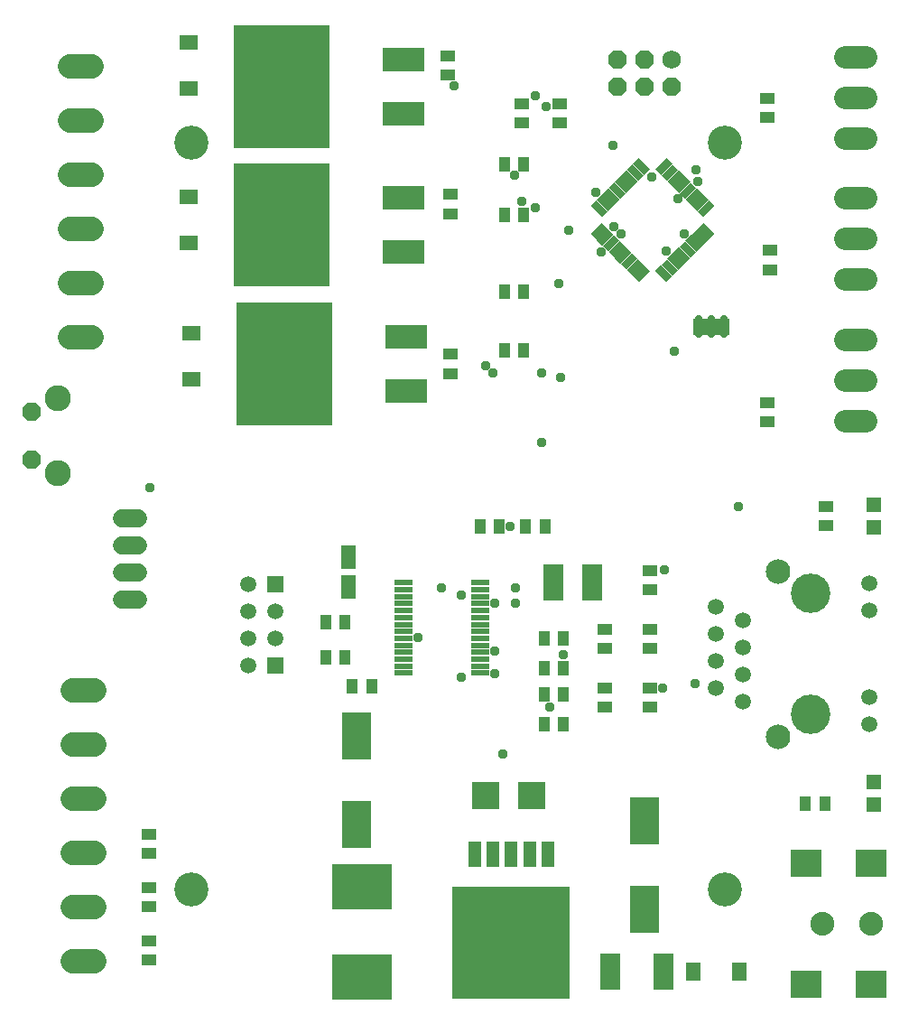
<source format=gbr>
G04 EAGLE Gerber RS-274X export*
G75*
%MOMM*%
%FSLAX34Y34*%
%LPD*%
%AMOC8*
5,1,8,0,0,1.08239X$1,22.5*%
G01*
%ADD10C,3.203200*%
%ADD11R,1.403200X1.403200*%
%ADD12R,1.473200X1.673200*%
%ADD13R,1.003200X1.403200*%
%ADD14R,1.983200X3.403200*%
%ADD15R,3.003200X2.603200*%
%ADD16C,2.235200*%
%ADD17R,1.403200X1.003200*%
%ADD18R,1.673200X1.473200*%
%ADD19R,4.013200X2.286000*%
%ADD20R,9.093200X11.633200*%
%ADD21R,1.511200X1.511200*%
%ADD22C,1.511200*%
%ADD23C,2.298700*%
%ADD24R,1.703200X0.603200*%
%ADD25R,1.903200X3.503200*%
%ADD26R,1.403200X2.203200*%
%ADD27C,2.303200*%
%ADD28C,3.703200*%
%ADD29C,1.727200*%
%ADD30R,1.473200X0.762000*%
%ADD31R,0.762000X1.473200*%
%ADD32C,0.653200*%
%ADD33R,3.495041X1.534159*%
%ADD34C,1.727200*%
%ADD35P,1.869504X8X202.500000*%
%ADD36R,2.703200X4.503200*%
%ADD37R,5.703200X4.203200*%
%ADD38R,11.003200X10.613200*%
%ADD39R,1.270000X2.362200*%
%ADD40R,2.603200X2.603200*%
%ADD41P,1.869504X8X292.500000*%
%ADD42C,2.451100*%
%ADD43C,2.108200*%
%ADD44C,0.959600*%


D10*
X172500Y832500D03*
X672500Y832500D03*
X172500Y132500D03*
X672500Y132500D03*
D11*
X812500Y233000D03*
X812500Y212000D03*
D12*
X686500Y55000D03*
X643500Y55000D03*
D13*
X766500Y212500D03*
X748500Y212500D03*
D14*
X614900Y55000D03*
X565100Y55000D03*
D15*
X810000Y43000D03*
X810000Y157000D03*
X749000Y43000D03*
X749000Y157000D03*
D16*
X810000Y100000D03*
X764280Y100000D03*
D17*
X412500Y914000D03*
X412500Y896000D03*
D18*
X170000Y883500D03*
X170000Y926500D03*
D19*
X371400Y859600D03*
X371400Y910400D03*
D20*
X257100Y885000D03*
D17*
X712500Y589000D03*
X712500Y571000D03*
X715000Y731500D03*
X715000Y713500D03*
X415000Y784000D03*
X415000Y766000D03*
D18*
X170000Y738500D03*
X170000Y781500D03*
D19*
X371400Y729600D03*
X371400Y780400D03*
D20*
X257100Y755000D03*
D21*
X251125Y418250D03*
X251125Y342050D03*
D22*
X251125Y392850D03*
X251125Y367450D03*
X225725Y367450D03*
X225725Y392850D03*
X225725Y418250D03*
X225725Y342050D03*
D23*
X78778Y904500D02*
X57823Y904500D01*
X57823Y853700D02*
X78778Y853700D01*
X78778Y650500D02*
X57823Y650500D01*
X57823Y802900D02*
X78778Y802900D01*
X78778Y752100D02*
X57823Y752100D01*
X57823Y701300D02*
X78778Y701300D01*
X81278Y319500D02*
X60323Y319500D01*
X60323Y268700D02*
X81278Y268700D01*
X81278Y65500D02*
X60323Y65500D01*
X60323Y217900D02*
X81278Y217900D01*
X81278Y167100D02*
X60323Y167100D01*
X60323Y116300D02*
X81278Y116300D01*
D17*
X415000Y634000D03*
X415000Y616000D03*
D18*
X172500Y611000D03*
X172500Y654000D03*
D19*
X373900Y599600D03*
X373900Y650400D03*
D20*
X259600Y625000D03*
D17*
X712500Y874000D03*
X712500Y856000D03*
X132500Y184000D03*
X132500Y166000D03*
X132500Y134000D03*
X132500Y116000D03*
X132500Y84000D03*
X132500Y66000D03*
D24*
X371250Y419750D03*
X371250Y413250D03*
X371250Y406750D03*
X371250Y400250D03*
X371250Y393750D03*
X371250Y387250D03*
X371250Y380750D03*
X371250Y374250D03*
X371250Y367750D03*
X371250Y361250D03*
X371250Y354750D03*
X371250Y348250D03*
X371250Y341750D03*
X371250Y335250D03*
X443750Y335250D03*
X443750Y341750D03*
X443750Y348250D03*
X443750Y354750D03*
X443750Y361250D03*
X443750Y367750D03*
X443750Y374250D03*
X443750Y380750D03*
X443750Y387250D03*
X443750Y393750D03*
X443750Y400250D03*
X443750Y406750D03*
X443750Y413250D03*
X443750Y419750D03*
D13*
X316500Y350000D03*
X298500Y350000D03*
X316500Y382500D03*
X298500Y382500D03*
X341500Y322500D03*
X323500Y322500D03*
D25*
X511500Y420000D03*
X548500Y420000D03*
D13*
X503500Y340000D03*
X521500Y340000D03*
X503500Y367500D03*
X521500Y367500D03*
D17*
X560000Y358500D03*
X560000Y376500D03*
X602500Y358500D03*
X602500Y376500D03*
X602500Y303500D03*
X602500Y321500D03*
X560000Y303500D03*
X560000Y321500D03*
D13*
X521500Y315000D03*
X503500Y315000D03*
D17*
X602500Y431500D03*
X602500Y413500D03*
D13*
X521500Y287500D03*
X503500Y287500D03*
D26*
X320000Y416000D03*
X320000Y444000D03*
D13*
X504000Y472500D03*
X486000Y472500D03*
X461500Y472500D03*
X443500Y472500D03*
D27*
X722700Y275750D03*
X722700Y430650D03*
D22*
X808400Y419450D03*
X808400Y394050D03*
X808400Y312350D03*
X808400Y286950D03*
X664300Y397600D03*
X664300Y372200D03*
X664300Y346800D03*
X664300Y321400D03*
X689700Y385000D03*
X689700Y359600D03*
X689700Y334200D03*
X689700Y308800D03*
D28*
X753000Y296200D03*
X753000Y410200D03*
D29*
X122620Y404400D02*
X107380Y404400D01*
X107380Y429800D02*
X122620Y429800D01*
X122620Y455200D02*
X107380Y455200D01*
X107380Y480600D02*
X122620Y480600D01*
D17*
X482500Y869000D03*
X482500Y851000D03*
D13*
X466000Y812500D03*
X484000Y812500D03*
X466000Y765000D03*
X484000Y765000D03*
D17*
X767500Y491500D03*
X767500Y473500D03*
D11*
X812500Y493000D03*
X812500Y472000D03*
D30*
G36*
X613040Y717750D02*
X623456Y707334D01*
X618068Y701946D01*
X607652Y712362D01*
X613040Y717750D01*
G37*
G36*
X618697Y723407D02*
X629113Y712991D01*
X623725Y707603D01*
X613309Y718019D01*
X618697Y723407D01*
G37*
G36*
X624354Y729063D02*
X634770Y718647D01*
X629382Y713259D01*
X618966Y723675D01*
X624354Y729063D01*
G37*
G36*
X630011Y734720D02*
X640427Y724304D01*
X635039Y718916D01*
X624623Y729332D01*
X630011Y734720D01*
G37*
G36*
X635668Y740377D02*
X646084Y729961D01*
X640696Y724573D01*
X630280Y734989D01*
X635668Y740377D01*
G37*
G36*
X641325Y746034D02*
X651741Y735618D01*
X646353Y730230D01*
X635937Y740646D01*
X641325Y746034D01*
G37*
G36*
X646981Y751691D02*
X657397Y741275D01*
X652009Y735887D01*
X641593Y746303D01*
X646981Y751691D01*
G37*
G36*
X652638Y757348D02*
X663054Y746932D01*
X657666Y741544D01*
X647250Y751960D01*
X652638Y757348D01*
G37*
D31*
G36*
X657666Y778456D02*
X663054Y773068D01*
X652638Y762652D01*
X647250Y768040D01*
X657666Y778456D01*
G37*
G36*
X652009Y784113D02*
X657397Y778725D01*
X646981Y768309D01*
X641593Y773697D01*
X652009Y784113D01*
G37*
G36*
X646353Y789770D02*
X651741Y784382D01*
X641325Y773966D01*
X635937Y779354D01*
X646353Y789770D01*
G37*
G36*
X640696Y795427D02*
X646084Y790039D01*
X635668Y779623D01*
X630280Y785011D01*
X640696Y795427D01*
G37*
G36*
X635039Y801084D02*
X640427Y795696D01*
X630011Y785280D01*
X624623Y790668D01*
X635039Y801084D01*
G37*
G36*
X629382Y806741D02*
X634770Y801353D01*
X624354Y790937D01*
X618966Y796325D01*
X629382Y806741D01*
G37*
G36*
X623725Y812397D02*
X629113Y807009D01*
X618697Y796593D01*
X613309Y801981D01*
X623725Y812397D01*
G37*
G36*
X618068Y818054D02*
X623456Y812666D01*
X613040Y802250D01*
X607652Y807638D01*
X618068Y818054D01*
G37*
D30*
G36*
X591932Y818054D02*
X602348Y807638D01*
X596960Y802250D01*
X586544Y812666D01*
X591932Y818054D01*
G37*
G36*
X586275Y812397D02*
X596691Y801981D01*
X591303Y796593D01*
X580887Y807009D01*
X586275Y812397D01*
G37*
G36*
X580618Y806741D02*
X591034Y796325D01*
X585646Y790937D01*
X575230Y801353D01*
X580618Y806741D01*
G37*
G36*
X574961Y801084D02*
X585377Y790668D01*
X579989Y785280D01*
X569573Y795696D01*
X574961Y801084D01*
G37*
G36*
X569304Y795427D02*
X579720Y785011D01*
X574332Y779623D01*
X563916Y790039D01*
X569304Y795427D01*
G37*
G36*
X563647Y789770D02*
X574063Y779354D01*
X568675Y773966D01*
X558259Y784382D01*
X563647Y789770D01*
G37*
G36*
X557991Y784113D02*
X568407Y773697D01*
X563019Y768309D01*
X552603Y778725D01*
X557991Y784113D01*
G37*
G36*
X552334Y778456D02*
X562750Y768040D01*
X557362Y762652D01*
X546946Y773068D01*
X552334Y778456D01*
G37*
D31*
G36*
X557362Y757348D02*
X562750Y751960D01*
X552334Y741544D01*
X546946Y746932D01*
X557362Y757348D01*
G37*
G36*
X563019Y751691D02*
X568407Y746303D01*
X557991Y735887D01*
X552603Y741275D01*
X563019Y751691D01*
G37*
G36*
X568675Y746034D02*
X574063Y740646D01*
X563647Y730230D01*
X558259Y735618D01*
X568675Y746034D01*
G37*
G36*
X574332Y740377D02*
X579720Y734989D01*
X569304Y724573D01*
X563916Y729961D01*
X574332Y740377D01*
G37*
G36*
X579989Y734720D02*
X585377Y729332D01*
X574961Y718916D01*
X569573Y724304D01*
X579989Y734720D01*
G37*
G36*
X585646Y729063D02*
X591034Y723675D01*
X580618Y713259D01*
X575230Y718647D01*
X585646Y729063D01*
G37*
G36*
X591303Y723407D02*
X596691Y718019D01*
X586275Y707603D01*
X580887Y712991D01*
X591303Y723407D01*
G37*
G36*
X596960Y717750D02*
X602348Y712362D01*
X591932Y701946D01*
X586544Y707334D01*
X596960Y717750D01*
G37*
D17*
X517500Y869000D03*
X517500Y851000D03*
D13*
X484000Y692500D03*
X466000Y692500D03*
D32*
X648000Y667275D02*
X648000Y652725D01*
X660000Y652725D02*
X660000Y667275D01*
X672000Y667275D02*
X672000Y652725D01*
D33*
X659975Y659975D03*
D13*
X484000Y637500D03*
X466000Y637500D03*
D34*
X622900Y910200D03*
D35*
X597500Y910200D03*
X572100Y910200D03*
X622900Y884800D03*
X597500Y884800D03*
X572100Y884800D03*
D36*
X327500Y193500D03*
X327500Y276500D03*
X597500Y113500D03*
X597500Y196500D03*
D37*
X332500Y135000D03*
X332500Y50000D03*
D38*
X472500Y82100D03*
D39*
X506536Y165412D03*
X489518Y165412D03*
X472500Y165412D03*
X455482Y165412D03*
X438464Y165412D03*
D40*
X492000Y220000D03*
X448000Y220000D03*
D41*
X22554Y580106D03*
X22554Y534894D03*
D42*
X47446Y592552D03*
X47446Y522448D03*
D43*
X785475Y836900D02*
X804525Y836900D01*
X804525Y875000D02*
X785475Y875000D01*
X785475Y913100D02*
X804525Y913100D01*
X804525Y704400D02*
X785475Y704400D01*
X785475Y742500D02*
X804525Y742500D01*
X804525Y780600D02*
X785475Y780600D01*
X785475Y571900D02*
X804525Y571900D01*
X804525Y610000D02*
X785475Y610000D01*
X785475Y648100D02*
X804525Y648100D01*
D44*
X508209Y303089D03*
X521476Y352073D03*
X464328Y259207D03*
X567398Y829667D03*
X475553Y802113D03*
X617403Y730678D03*
X494943Y771498D03*
X501066Y616382D03*
X501066Y551070D03*
X518414Y612300D03*
X625567Y636792D03*
X476574Y415344D03*
X476574Y401057D03*
X552091Y785785D03*
X685776Y490861D03*
X425549Y408200D03*
X604136Y800072D03*
X568419Y754150D03*
X407180Y415344D03*
X575562Y747006D03*
X384729Y368401D03*
X645977Y807216D03*
X418405Y885794D03*
X646997Y795990D03*
X628628Y779662D03*
X517394Y700063D03*
X526578Y750068D03*
X634751Y747006D03*
X457184Y334724D03*
X457184Y356155D03*
X457184Y401057D03*
X471471Y472492D03*
X616382Y431672D03*
X614341Y321458D03*
X425549Y331663D03*
X644956Y325540D03*
X494943Y876610D03*
X505148Y866405D03*
X455143Y616382D03*
X557193Y729658D03*
X482697Y777621D03*
X133686Y509230D03*
X448000Y623526D03*
M02*

</source>
